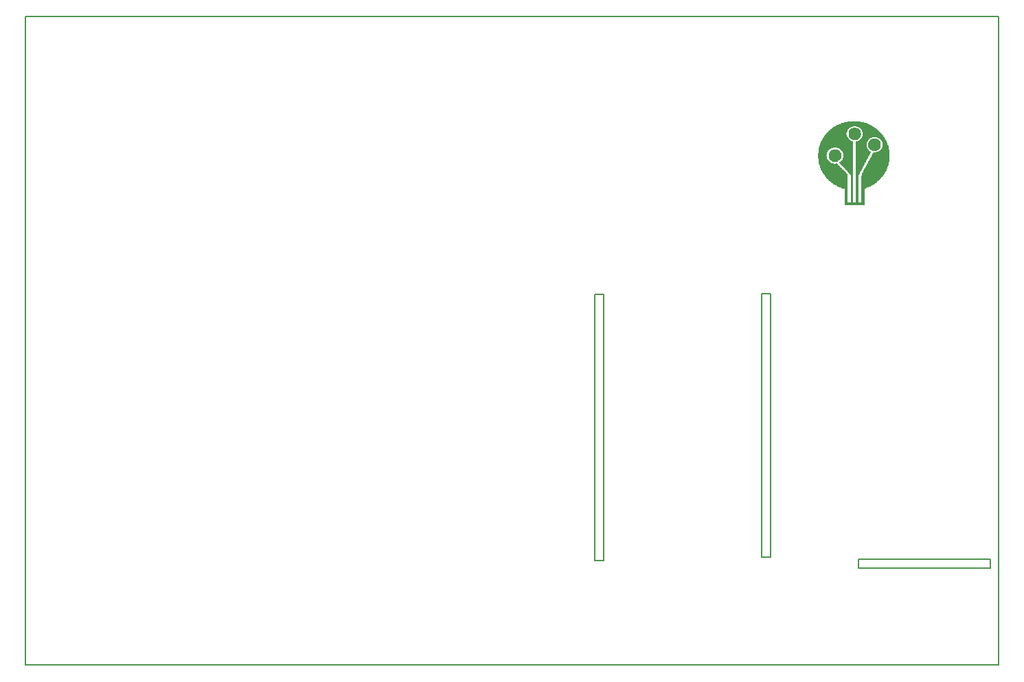
<source format=gbr>
<<<<<<< HEAD
G04 PROTEUS GERBER X2 FILE*
%TF.GenerationSoftware,Labcenter,Proteus,8.11-SP0-Build30052*%
%TF.CreationDate,2021-11-08T23:16:57+00:00*%
%TF.FileFunction,Legend,Bot*%
%TF.FilePolarity,Positive*%
%TF.Part,Single*%
%TF.SameCoordinates,{af5e3d67-cc9f-4e8b-9fcc-2bf036155207}*%
%FSLAX45Y45*%
%MOMM*%
G01*
%TA.AperFunction,Profile*%
%ADD49C,0.203200*%
%TA.AperFunction,NonMaterial*%
%ADD57C,0.063500*%
%TD.AperFunction*%
D49*
X+10000Y+10000D02*
X+12010000Y+10000D01*
X+12010000Y+8010000D01*
X+10000Y+8010000D01*
X+10000Y+10000D01*
X+9090625Y+1343828D02*
X+9200625Y+1343828D01*
X+9200625Y+4593828D01*
X+9090625Y+4593828D01*
X+9090625Y+1343828D01*
X+7030625Y+1293828D02*
X+7140625Y+1293828D01*
X+7140625Y+4583828D01*
X+7030625Y+4583828D01*
X+7030625Y+1293828D01*
X+10285625Y+1208828D02*
X+11905625Y+1208828D01*
X+11905625Y+1318828D01*
X+10285625Y+1318828D01*
X+10285625Y+1208828D01*
D57*
X+9784098Y+6268883D02*
X+9784098Y+6324763D01*
X+9789178Y+6223163D02*
X+9789178Y+6370483D01*
X+9794258Y+6202843D02*
X+9794258Y+6395883D01*
X+9799338Y+6182523D02*
X+9799338Y+6416203D01*
X+9804418Y+6167283D02*
X+9804418Y+6426363D01*
X+9809498Y+6152043D02*
X+9809498Y+6441603D01*
X+9814578Y+6141883D02*
X+9814578Y+6456843D01*
X+9819658Y+6126643D02*
X+9819658Y+6467003D01*
X+9824738Y+6116483D02*
X+9824738Y+6477163D01*
X+9829818Y+6106323D02*
X+9829818Y+6487323D01*
X+9834898Y+6101243D02*
X+9834898Y+6497483D01*
X+9839978Y+6091083D02*
X+9839978Y+6507643D01*
X+9845058Y+6080923D02*
X+9845058Y+6512723D01*
X+9850138Y+6075843D02*
X+9850138Y+6522883D01*
X+9855218Y+6065683D02*
X+9855218Y+6527963D01*
X+9860298Y+6060603D02*
X+9860298Y+6538123D01*
X+9865378Y+6050443D02*
X+9865378Y+6543203D01*
X+9870458Y+6045363D02*
X+9870458Y+6553363D01*
X+9875538Y+6040283D02*
X+9875538Y+6558443D01*
X+9880618Y+6035203D02*
X+9880618Y+6289203D01*
X+9880618Y+6309523D02*
X+9880618Y+6563523D01*
X+9885698Y+6025043D02*
X+9885698Y+6268883D01*
X+9885698Y+6329843D02*
X+9885698Y+6568603D01*
X+9890778Y+6019963D02*
X+9890778Y+6253643D01*
X+9890778Y+6340003D02*
X+9890778Y+6573683D01*
X+9895858Y+6014883D02*
X+9895858Y+6243483D01*
X+9895858Y+6350163D02*
X+9895858Y+6578763D01*
X+9900938Y+6009803D02*
X+9900938Y+6238403D01*
X+9900938Y+6360323D02*
X+9900938Y+6583843D01*
X+9906018Y+6004723D02*
X+9906018Y+6233323D01*
X+9906018Y+6365403D02*
X+9906018Y+6588923D01*
X+9911098Y+5999643D02*
X+9911098Y+6228243D01*
X+9911098Y+6370483D02*
X+9911098Y+6594003D01*
X+9916178Y+5994563D02*
X+9916178Y+6223163D01*
X+9916178Y+6273963D02*
X+9916178Y+6319683D01*
X+9916178Y+6375563D02*
X+9916178Y+6599083D01*
X+9921258Y+5989483D02*
X+9921258Y+6218083D01*
X+9921258Y+6263803D02*
X+9921258Y+6329843D01*
X+9921258Y+6380643D02*
X+9921258Y+6604163D01*
X+9926338Y+5984403D02*
X+9926338Y+6213003D01*
X+9926338Y+6253643D02*
X+9926338Y+6340003D01*
X+9926338Y+6385723D02*
X+9926338Y+6609243D01*
X+9931418Y+5984403D02*
X+9931418Y+6207923D01*
X+9931418Y+6248563D02*
X+9931418Y+6345083D01*
X+9931418Y+6385723D02*
X+9931418Y+6614323D01*
X+9936498Y+5979323D02*
X+9936498Y+6207923D01*
X+9936498Y+6243483D02*
X+9936498Y+6350163D01*
X+9936498Y+6390803D02*
X+9936498Y+6619403D01*
X+9941578Y+5974243D02*
X+9941578Y+6202843D01*
X+9941578Y+6238403D02*
X+9941578Y+6355243D01*
X+9941578Y+6390803D02*
X+9941578Y+6624483D01*
X+9946658Y+5969163D02*
X+9946658Y+6202843D01*
X+9946658Y+6238403D02*
X+9946658Y+6360323D01*
X+9946658Y+6395883D02*
X+9946658Y+6624483D01*
X+9951738Y+5964083D02*
X+9951738Y+6202843D01*
X+9951738Y+6233323D02*
X+9951738Y+6360323D01*
X+9951738Y+6395883D02*
X+9951738Y+6629563D01*
X+9956818Y+5964083D02*
X+9956818Y+6197763D01*
X+9956818Y+6233323D02*
X+9956818Y+6365403D01*
X+9956818Y+6395883D02*
X+9956818Y+6634643D01*
X+9961898Y+5959003D02*
X+9961898Y+6197763D01*
X+9961898Y+6228243D02*
X+9961898Y+6365403D01*
X+9961898Y+6400963D02*
X+9961898Y+6639723D01*
X+9966978Y+5953923D02*
X+9966978Y+6197763D01*
X+9966978Y+6228243D02*
X+9966978Y+6370483D01*
X+9966978Y+6400963D02*
X+9966978Y+6639723D01*
X+9972058Y+5948843D02*
X+9972058Y+6197763D01*
X+9972058Y+6228243D02*
X+9972058Y+6370483D01*
X+9972058Y+6400963D02*
X+9972058Y+6644803D01*
X+9977138Y+5948843D02*
X+9977138Y+6192683D01*
X+9977138Y+6223163D02*
X+9977138Y+6370483D01*
X+9977138Y+6400963D02*
X+9977138Y+6649883D01*
X+9982218Y+5943763D02*
X+9982218Y+6192683D01*
X+9982218Y+6223163D02*
X+9982218Y+6370483D01*
X+9982218Y+6400963D02*
X+9982218Y+6649883D01*
X+9987298Y+5943763D02*
X+9987298Y+6192683D01*
X+9987298Y+6223163D02*
X+9987298Y+6370483D01*
X+9987298Y+6400963D02*
X+9987298Y+6654963D01*
X+9992378Y+5938683D02*
X+9992378Y+6192683D01*
X+9992378Y+6223163D02*
X+9992378Y+6370483D01*
X+9992378Y+6400963D02*
X+9992378Y+6660043D01*
X+9997458Y+5933603D02*
X+9997458Y+6192683D01*
X+9997458Y+6223163D02*
X+9997458Y+6370483D01*
X+9997458Y+6400963D02*
X+9997458Y+6660043D01*
X+10002538Y+5933603D02*
X+10002538Y+6197763D01*
X+10002538Y+6228243D02*
X+10002538Y+6370483D01*
X+10002538Y+6400963D02*
X+10002538Y+6665123D01*
X+10007618Y+5928523D02*
X+10007618Y+6197763D01*
X+10007618Y+6228243D02*
X+10007618Y+6370483D01*
X+10007618Y+6400963D02*
X+10007618Y+6665123D01*
X+10012698Y+5928523D02*
X+10012698Y+6192683D01*
X+10012698Y+6228243D02*
X+10012698Y+6365403D01*
X+10012698Y+6400963D02*
X+10012698Y+6670203D01*
X+10017778Y+5923443D02*
X+10017778Y+6187603D01*
X+10017778Y+6228243D02*
X+10017778Y+6365403D01*
X+10017778Y+6395883D02*
X+10017778Y+6670203D01*
X+10022858Y+5923443D02*
X+10022858Y+6182523D01*
X+10022858Y+6233323D02*
X+10022858Y+6365403D01*
X+10022858Y+6395883D02*
X+10022858Y+6675283D01*
X+10027938Y+5918363D02*
X+10027938Y+6177443D01*
X+10027938Y+6238403D02*
X+10027938Y+6360323D01*
X+10027938Y+6395883D02*
X+10027938Y+6675283D01*
X+10033018Y+5918363D02*
X+10033018Y+6172363D01*
X+10033018Y+6238403D02*
X+10033018Y+6360323D01*
X+10033018Y+6390803D02*
X+10033018Y+6680363D01*
X+10038098Y+5913283D02*
X+10038098Y+6167283D01*
X+10038098Y+6243483D02*
X+10038098Y+6355243D01*
X+10038098Y+6390803D02*
X+10038098Y+6680363D01*
X+10043178Y+5913283D02*
X+10043178Y+6162203D01*
X+10043178Y+6248563D02*
X+10043178Y+6350163D01*
X+10043178Y+6385723D02*
X+10043178Y+6685443D01*
X+10048258Y+5913283D02*
X+10048258Y+6157123D01*
X+10048258Y+6207923D02*
X+10048258Y+6213003D01*
X+10048258Y+6253643D02*
X+10048258Y+6345083D01*
X+10048258Y+6385723D02*
X+10048258Y+6685443D01*
X+10053338Y+5908203D02*
X+10053338Y+6152043D01*
X+10053338Y+6202843D02*
X+10053338Y+6213003D01*
X+10053338Y+6258723D02*
X+10053338Y+6334923D01*
X+10053338Y+6380643D02*
X+10053338Y+6685443D01*
X+10058418Y+5908203D02*
X+10058418Y+6146963D01*
X+10058418Y+6197763D02*
X+10058418Y+6218083D01*
X+10058418Y+6268883D02*
X+10058418Y+6329843D01*
X+10058418Y+6375563D02*
X+10058418Y+6690523D01*
X+10063498Y+5903123D02*
X+10063498Y+6141883D01*
X+10063498Y+6192683D02*
X+10063498Y+6223163D01*
X+10063498Y+6289203D02*
X+10063498Y+6309523D01*
X+10063498Y+6370483D02*
X+10063498Y+6690523D01*
X+10068578Y+5903123D02*
X+10068578Y+6136803D01*
X+10068578Y+6187603D02*
X+10068578Y+6228243D01*
X+10068578Y+6365403D02*
X+10068578Y+6695603D01*
X+10073658Y+5903123D02*
X+10073658Y+6131723D01*
X+10073658Y+6182523D02*
X+10073658Y+6233323D01*
X+10073658Y+6360323D02*
X+10073658Y+6695603D01*
X+10078738Y+5898043D02*
X+10078738Y+6126643D01*
X+10078738Y+6177443D02*
X+10078738Y+6243483D01*
X+10078738Y+6355243D02*
X+10078738Y+6695603D01*
X+10083818Y+5898043D02*
X+10083818Y+6121563D01*
X+10083818Y+6172363D02*
X+10083818Y+6248563D01*
X+10083818Y+6345083D02*
X+10083818Y+6700683D01*
X+10088898Y+5898043D02*
X+10088898Y+6121563D01*
X+10088898Y+6162203D02*
X+10088898Y+6263803D01*
X+10088898Y+6334923D02*
X+10088898Y+6700683D01*
X+10093978Y+5892963D02*
X+10093978Y+6116483D01*
X+10093978Y+6162203D02*
X+10093978Y+6279043D01*
X+10093978Y+6319683D02*
X+10093978Y+6700683D01*
X+10099058Y+5892963D02*
X+10099058Y+6111403D01*
X+10099058Y+6157123D02*
X+10099058Y+6700683D01*
X+10104138Y+5892963D02*
X+10104138Y+6106323D01*
X+10104138Y+6146963D02*
X+10104138Y+6705763D01*
X+10109218Y+5694843D02*
X+10109218Y+6101243D01*
X+10109218Y+6141883D02*
X+10109218Y+6705763D01*
X+10114298Y+5694843D02*
X+10114298Y+6096163D01*
X+10114298Y+6136803D02*
X+10114298Y+6705763D01*
X+10119378Y+5694843D02*
X+10119378Y+6091083D01*
X+10119378Y+6131723D02*
X+10119378Y+6705763D01*
X+10124458Y+5694843D02*
X+10124458Y+6080923D01*
X+10124458Y+6126643D02*
X+10124458Y+6710843D01*
X+10129538Y+5694843D02*
X+10129538Y+6075843D01*
X+10129538Y+6121563D02*
X+10129538Y+6553363D01*
X+10129538Y+6578763D02*
X+10129538Y+6710843D01*
X+10134618Y+5694843D02*
X+10134618Y+6070763D01*
X+10134618Y+6116483D02*
X+10134618Y+6533043D01*
X+10134618Y+6599083D02*
X+10134618Y+6710843D01*
X+10139698Y+5694843D02*
X+10139698Y+6065683D01*
X+10139698Y+6111403D02*
X+10139698Y+6522883D01*
X+10139698Y+6609243D02*
X+10139698Y+6710843D01*
X+10144778Y+5694843D02*
X+10144778Y+5720243D01*
X+10144778Y+6106323D02*
X+10144778Y+6517803D01*
X+10144778Y+6619403D02*
X+10144778Y+6715923D01*
X+10149858Y+5694843D02*
X+10149858Y+5720243D01*
X+10149858Y+6101243D02*
X+10149858Y+6507643D01*
X+10149858Y+6624483D02*
X+10149858Y+6715923D01*
X+10154938Y+5694843D02*
X+10154938Y+5720243D01*
X+10154938Y+6091083D02*
X+10154938Y+6502563D01*
X+10154938Y+6634643D02*
X+10154938Y+6715923D01*
X+10160018Y+5694843D02*
X+10160018Y+5720243D01*
X+10160018Y+6086003D02*
X+10160018Y+6497483D01*
X+10160018Y+6543203D02*
X+10160018Y+6594003D01*
X+10160018Y+6639723D02*
X+10160018Y+6715923D01*
X+10165098Y+5694843D02*
X+10165098Y+5720243D01*
X+10165098Y+6080923D02*
X+10165098Y+6492403D01*
X+10165098Y+6527963D02*
X+10165098Y+6604163D01*
X+10165098Y+6639723D02*
X+10165098Y+6715923D01*
X+10170178Y+5694843D02*
X+10170178Y+5720243D01*
X+10170178Y+6075843D02*
X+10170178Y+6487323D01*
X+10170178Y+6522883D02*
X+10170178Y+6609243D01*
X+10170178Y+6644803D02*
X+10170178Y+6715923D01*
X+10175258Y+5694843D02*
X+10175258Y+5720243D01*
X+10175258Y+6070763D02*
X+10175258Y+6482243D01*
X+10175258Y+6517803D02*
X+10175258Y+6614323D01*
X+10175258Y+6649883D02*
X+10175258Y+6715923D01*
X+10180338Y+5694843D02*
X+10180338Y+5720243D01*
X+10180338Y+6065683D02*
X+10180338Y+6482243D01*
X+10180338Y+6512723D02*
X+10180338Y+6619403D01*
X+10180338Y+6649883D02*
X+10180338Y+6715923D01*
X+10185418Y+5694843D02*
X+10185418Y+6477163D01*
X+10185418Y+6507643D02*
X+10185418Y+6624483D01*
X+10185418Y+6654963D02*
X+10185418Y+6715923D01*
X+10190498Y+5694843D02*
X+10190498Y+6477163D01*
X+10190498Y+6502563D02*
X+10190498Y+6629563D01*
X+10190498Y+6654963D02*
X+10190498Y+6715923D01*
X+10195578Y+5694843D02*
X+10195578Y+6472083D01*
X+10195578Y+6502563D02*
X+10195578Y+6629563D01*
X+10195578Y+6660043D02*
X+10195578Y+6715923D01*
X+10200658Y+5694843D02*
X+10200658Y+6472083D01*
X+10200658Y+6502563D02*
X+10200658Y+6634643D01*
X+10200658Y+6660043D02*
X+10200658Y+6715923D01*
X+10205738Y+5694843D02*
X+10205738Y+6472083D01*
X+10205738Y+6497483D02*
X+10205738Y+6634643D01*
X+10205738Y+6660043D02*
X+10205738Y+6715923D01*
X+10210818Y+5694843D02*
X+10210818Y+5720243D01*
X+10210818Y+6497483D02*
X+10210818Y+6639723D01*
X+10210818Y+6665123D02*
X+10210818Y+6715923D01*
X+10215898Y+5694843D02*
X+10215898Y+5720243D01*
X+10215898Y+6492403D02*
X+10215898Y+6639723D01*
X+10215898Y+6665123D02*
X+10215898Y+6715923D01*
X+10220978Y+5694843D02*
X+10220978Y+5720243D01*
X+10220978Y+6492403D02*
X+10220978Y+6639723D01*
X+10220978Y+6665123D02*
X+10220978Y+6715923D01*
X+10226058Y+5694843D02*
X+10226058Y+5720243D01*
X+10226058Y+6492403D02*
X+10226058Y+6639723D01*
X+10226058Y+6665123D02*
X+10226058Y+6715923D01*
X+10231138Y+5694843D02*
X+10231138Y+5720243D01*
X+10231138Y+6492403D02*
X+10231138Y+6639723D01*
X+10231138Y+6665123D02*
X+10231138Y+6715923D01*
X+10236218Y+5694843D02*
X+10236218Y+5720243D01*
X+10236218Y+6492403D02*
X+10236218Y+6639723D01*
X+10236218Y+6665123D02*
X+10236218Y+6715923D01*
X+10241298Y+5694843D02*
X+10241298Y+5720243D01*
X+10241298Y+6492403D02*
X+10241298Y+6639723D01*
X+10241298Y+6665123D02*
X+10241298Y+6715923D01*
X+10246378Y+5694843D02*
X+10246378Y+6467003D01*
X+10246378Y+6497483D02*
X+10246378Y+6639723D01*
X+10246378Y+6665123D02*
X+10246378Y+6715923D01*
X+10251458Y+5694843D02*
X+10251458Y+6472083D01*
X+10251458Y+6497483D02*
X+10251458Y+6639723D01*
X+10251458Y+6665123D02*
X+10251458Y+6715923D01*
X+10256538Y+5694843D02*
X+10256538Y+6472083D01*
X+10256538Y+6497483D02*
X+10256538Y+6634643D01*
X+10256538Y+6660043D02*
X+10256538Y+6715923D01*
X+10261618Y+5694843D02*
X+10261618Y+6472083D01*
X+10261618Y+6497483D02*
X+10261618Y+6634643D01*
X+10261618Y+6660043D02*
X+10261618Y+6715923D01*
X+10266698Y+5694843D02*
X+10266698Y+6472083D01*
X+10266698Y+6502563D02*
X+10266698Y+6629563D01*
X+10266698Y+6660043D02*
X+10266698Y+6715923D01*
X+10271778Y+5694843D02*
X+10271778Y+6477163D01*
X+10271778Y+6502563D02*
X+10271778Y+6629563D01*
X+10271778Y+6654963D02*
X+10271778Y+6715923D01*
X+10276858Y+5694843D02*
X+10276858Y+6477163D01*
X+10276858Y+6507643D02*
X+10276858Y+6624483D01*
X+10276858Y+6654963D02*
X+10276858Y+6715923D01*
X+10281938Y+5694843D02*
X+10281938Y+5720243D01*
X+10281938Y+6065683D02*
X+10281938Y+6482243D01*
X+10281938Y+6512723D02*
X+10281938Y+6619403D01*
X+10281938Y+6649883D02*
X+10281938Y+6715923D01*
X+10287018Y+5694843D02*
X+10287018Y+5720243D01*
X+10287018Y+6075843D02*
X+10287018Y+6482243D01*
X+10287018Y+6517803D02*
X+10287018Y+6614323D01*
X+10287018Y+6649883D02*
X+10287018Y+6715923D01*
X+10292098Y+5694843D02*
X+10292098Y+5720243D01*
X+10292098Y+6086003D02*
X+10292098Y+6487323D01*
X+10292098Y+6522883D02*
X+10292098Y+6609243D01*
X+10292098Y+6644803D02*
X+10292098Y+6715923D01*
X+10297178Y+5694843D02*
X+10297178Y+5720243D01*
X+10297178Y+6096163D02*
X+10297178Y+6492403D01*
X+10297178Y+6527963D02*
X+10297178Y+6604163D01*
X+10297178Y+6644803D02*
X+10297178Y+6715923D01*
X+10302258Y+5694843D02*
X+10302258Y+5720243D01*
X+10302258Y+6106323D02*
X+10302258Y+6497483D01*
X+10302258Y+6538123D02*
X+10302258Y+6594003D01*
X+10302258Y+6639723D02*
X+10302258Y+6710843D01*
X+10307338Y+5694843D02*
X+10307338Y+5720243D01*
X+10307338Y+6116483D02*
X+10307338Y+6502563D01*
X+10307338Y+6558443D02*
X+10307338Y+6573683D01*
X+10307338Y+6634643D02*
X+10307338Y+6710843D01*
X+10312418Y+5694843D02*
X+10312418Y+5720243D01*
X+10312418Y+6126643D02*
X+10312418Y+6507643D01*
X+10312418Y+6624483D02*
X+10312418Y+6710843D01*
X+10317498Y+5694843D02*
X+10317498Y+6050443D01*
X+10317498Y+6136803D02*
X+10317498Y+6512723D01*
X+10317498Y+6619403D02*
X+10317498Y+6710843D01*
X+10322578Y+5694843D02*
X+10322578Y+6075843D01*
X+10322578Y+6141883D02*
X+10322578Y+6522883D01*
X+10322578Y+6609243D02*
X+10322578Y+6705763D01*
X+10327658Y+5694843D02*
X+10327658Y+6080923D01*
X+10327658Y+6152043D02*
X+10327658Y+6533043D01*
X+10327658Y+6599083D02*
X+10327658Y+6705763D01*
X+10332738Y+5694843D02*
X+10332738Y+6091083D01*
X+10332738Y+6162203D02*
X+10332738Y+6563523D01*
X+10332738Y+6573683D02*
X+10332738Y+6705763D01*
X+10337818Y+5694843D02*
X+10337818Y+6101243D01*
X+10337818Y+6172363D02*
X+10337818Y+6705763D01*
X+10342898Y+5694843D02*
X+10342898Y+6111403D01*
X+10342898Y+6182523D02*
X+10342898Y+6705763D01*
X+10347978Y+5694843D02*
X+10347978Y+6121563D01*
X+10347978Y+6192683D02*
X+10347978Y+6700683D01*
X+10353058Y+5892963D02*
X+10353058Y+6131723D01*
X+10353058Y+6202843D02*
X+10353058Y+6700683D01*
X+10358138Y+5898043D02*
X+10358138Y+6141883D01*
X+10358138Y+6213003D02*
X+10358138Y+6700683D01*
X+10363218Y+5898043D02*
X+10363218Y+6152043D01*
X+10363218Y+6218083D02*
X+10363218Y+6695603D01*
X+10368298Y+5903123D02*
X+10368298Y+6157123D01*
X+10368298Y+6228243D02*
X+10368298Y+6695603D01*
X+10373378Y+5903123D02*
X+10373378Y+6167283D01*
X+10373378Y+6238403D02*
X+10373378Y+6426363D01*
X+10373378Y+6436523D02*
X+10373378Y+6695603D01*
X+10378458Y+5903123D02*
X+10378458Y+6177443D01*
X+10378458Y+6248563D02*
X+10378458Y+6400963D01*
X+10378458Y+6461923D02*
X+10378458Y+6690523D01*
X+10383538Y+5908203D02*
X+10383538Y+6187603D01*
X+10383538Y+6258723D02*
X+10383538Y+6390803D01*
X+10383538Y+6472083D02*
X+10383538Y+6690523D01*
X+10388618Y+5908203D02*
X+10388618Y+6197763D01*
X+10388618Y+6268883D02*
X+10388618Y+6380643D01*
X+10388618Y+6482243D02*
X+10388618Y+6690523D01*
X+10393698Y+5913283D02*
X+10393698Y+6202843D01*
X+10393698Y+6279043D02*
X+10393698Y+6370483D01*
X+10393698Y+6492403D02*
X+10393698Y+6685443D01*
X+10398778Y+5913283D02*
X+10398778Y+6213003D01*
X+10398778Y+6289203D02*
X+10398778Y+6365403D01*
X+10398778Y+6497483D02*
X+10398778Y+6685443D01*
X+10403858Y+5913283D02*
X+10403858Y+6223163D01*
X+10403858Y+6299363D02*
X+10403858Y+6360323D01*
X+10403858Y+6406043D02*
X+10403858Y+6456843D01*
X+10403858Y+6502563D02*
X+10403858Y+6680363D01*
X+10408938Y+5918363D02*
X+10408938Y+6233323D01*
X+10408938Y+6304443D02*
X+10408938Y+6355243D01*
X+10408938Y+6395883D02*
X+10408938Y+6467003D01*
X+10408938Y+6507643D02*
X+10408938Y+6680363D01*
X+10414018Y+5918363D02*
X+10414018Y+6243483D01*
X+10414018Y+6314603D02*
X+10414018Y+6355243D01*
X+10414018Y+6390803D02*
X+10414018Y+6477163D01*
X+10414018Y+6512723D02*
X+10414018Y+6675283D01*
X+10419098Y+5923443D02*
X+10419098Y+6253643D01*
X+10419098Y+6324763D02*
X+10419098Y+6350163D01*
X+10419098Y+6380643D02*
X+10419098Y+6482243D01*
X+10419098Y+6512723D02*
X+10419098Y+6675283D01*
X+10424178Y+5923443D02*
X+10424178Y+6263803D01*
X+10424178Y+6334923D02*
X+10424178Y+6345083D01*
X+10424178Y+6375563D02*
X+10424178Y+6487323D01*
X+10424178Y+6517803D02*
X+10424178Y+6670203D01*
X+10429258Y+5928523D02*
X+10429258Y+6268883D01*
X+10429258Y+6375563D02*
X+10429258Y+6492403D01*
X+10429258Y+6517803D02*
X+10429258Y+6670203D01*
X+10434338Y+5928523D02*
X+10434338Y+6279043D01*
X+10434338Y+6370483D02*
X+10434338Y+6492403D01*
X+10434338Y+6522883D02*
X+10434338Y+6665123D01*
X+10439418Y+5933603D02*
X+10439418Y+6289203D01*
X+10439418Y+6365403D02*
X+10439418Y+6497483D01*
X+10439418Y+6522883D02*
X+10439418Y+6665123D01*
X+10444498Y+5933603D02*
X+10444498Y+6299363D01*
X+10444498Y+6365403D02*
X+10444498Y+6497483D01*
X+10444498Y+6527963D02*
X+10444498Y+6660043D01*
X+10449578Y+5938683D02*
X+10449578Y+6309523D01*
X+10449578Y+6365403D02*
X+10449578Y+6502563D01*
X+10449578Y+6527963D02*
X+10449578Y+6660043D01*
X+10454658Y+5943763D02*
X+10454658Y+6319683D01*
X+10454658Y+6360323D02*
X+10454658Y+6502563D01*
X+10454658Y+6527963D02*
X+10454658Y+6654963D01*
X+10459738Y+5943763D02*
X+10459738Y+6329843D01*
X+10459738Y+6360323D02*
X+10459738Y+6502563D01*
X+10459738Y+6527963D02*
X+10459738Y+6649883D01*
X+10464818Y+5948843D02*
X+10464818Y+6334923D01*
X+10464818Y+6360323D02*
X+10464818Y+6502563D01*
X+10464818Y+6527963D02*
X+10464818Y+6649883D01*
X+10469898Y+5948843D02*
X+10469898Y+6334923D01*
X+10469898Y+6360323D02*
X+10469898Y+6507643D01*
X+10469898Y+6533043D02*
X+10469898Y+6644803D01*
X+10474978Y+5953923D02*
X+10474978Y+6334923D01*
X+10474978Y+6360323D02*
X+10474978Y+6507643D01*
X+10474978Y+6533043D02*
X+10474978Y+6639723D01*
X+10480058Y+5959003D02*
X+10480058Y+6334923D01*
X+10480058Y+6360323D02*
X+10480058Y+6507643D01*
X+10480058Y+6533043D02*
X+10480058Y+6639723D01*
X+10485138Y+5964083D02*
X+10485138Y+6334923D01*
X+10485138Y+6360323D02*
X+10485138Y+6507643D01*
X+10485138Y+6527963D02*
X+10485138Y+6634643D01*
X+10490218Y+5964083D02*
X+10490218Y+6334923D01*
X+10490218Y+6360323D02*
X+10490218Y+6502563D01*
X+10490218Y+6527963D02*
X+10490218Y+6629563D01*
X+10495298Y+5969163D02*
X+10495298Y+6334923D01*
X+10495298Y+6360323D02*
X+10495298Y+6502563D01*
X+10495298Y+6527963D02*
X+10495298Y+6624483D01*
X+10500378Y+5974243D02*
X+10500378Y+6334923D01*
X+10500378Y+6360323D02*
X+10500378Y+6502563D01*
X+10500378Y+6527963D02*
X+10500378Y+6624483D01*
X+10505458Y+5979323D02*
X+10505458Y+6340003D01*
X+10505458Y+6365403D02*
X+10505458Y+6497483D01*
X+10505458Y+6527963D02*
X+10505458Y+6619403D01*
X+10510538Y+5984403D02*
X+10510538Y+6340003D01*
X+10510538Y+6365403D02*
X+10510538Y+6497483D01*
X+10510538Y+6522883D02*
X+10510538Y+6614323D01*
X+10515618Y+5984403D02*
X+10515618Y+6340003D01*
X+10515618Y+6370483D02*
X+10515618Y+6492403D01*
X+10515618Y+6522883D02*
X+10515618Y+6609243D01*
X+10520698Y+5989483D02*
X+10520698Y+6345083D01*
X+10520698Y+6370483D02*
X+10520698Y+6492403D01*
X+10520698Y+6517803D02*
X+10520698Y+6604163D01*
X+10525778Y+5994563D02*
X+10525778Y+6345083D01*
X+10525778Y+6375563D02*
X+10525778Y+6487323D01*
X+10525778Y+6517803D02*
X+10525778Y+6599083D01*
X+10530858Y+5999643D02*
X+10530858Y+6350163D01*
X+10530858Y+6380643D02*
X+10530858Y+6482243D01*
X+10530858Y+6512723D02*
X+10530858Y+6594003D01*
X+10535938Y+6004723D02*
X+10535938Y+6355243D01*
X+10535938Y+6385723D02*
X+10535938Y+6477163D01*
X+10535938Y+6512723D02*
X+10535938Y+6588923D01*
X+10541018Y+6009803D02*
X+10541018Y+6355243D01*
X+10541018Y+6395883D02*
X+10541018Y+6467003D01*
X+10541018Y+6507643D02*
X+10541018Y+6583843D01*
X+10546098Y+6014883D02*
X+10546098Y+6360323D01*
X+10546098Y+6406043D02*
X+10546098Y+6456843D01*
X+10546098Y+6502563D02*
X+10546098Y+6578763D01*
X+10551178Y+6019963D02*
X+10551178Y+6365403D01*
X+10551178Y+6497483D02*
X+10551178Y+6573683D01*
X+10556258Y+6025043D02*
X+10556258Y+6370483D01*
X+10556258Y+6492403D02*
X+10556258Y+6568603D01*
X+10561338Y+6035203D02*
X+10561338Y+6380643D01*
X+10561338Y+6487323D02*
X+10561338Y+6563523D01*
X+10566418Y+6040283D02*
X+10566418Y+6385723D01*
X+10566418Y+6477163D02*
X+10566418Y+6558443D01*
X+10571498Y+6045363D02*
X+10571498Y+6395883D01*
X+10571498Y+6467003D02*
X+10571498Y+6553363D01*
X+10576578Y+6050443D02*
X+10576578Y+6416203D01*
X+10576578Y+6446683D02*
X+10576578Y+6543203D01*
X+10581658Y+6060603D02*
X+10581658Y+6538123D01*
X+10586738Y+6065683D02*
X+10586738Y+6527963D01*
X+10591818Y+6075843D02*
X+10591818Y+6522883D01*
X+10596898Y+6080923D02*
X+10596898Y+6512723D01*
X+10601978Y+6091083D02*
X+10601978Y+6507643D01*
X+10607058Y+6101243D02*
X+10607058Y+6497483D01*
X+10612138Y+6106323D02*
X+10612138Y+6487323D01*
X+10617218Y+6116483D02*
X+10617218Y+6477163D01*
X+10622298Y+6126643D02*
X+10622298Y+6467003D01*
X+10627378Y+6141883D02*
X+10627378Y+6456843D01*
X+10632458Y+6152043D02*
X+10632458Y+6441603D01*
X+10637538Y+6167283D02*
X+10637538Y+6426363D01*
X+10642618Y+6182523D02*
X+10642618Y+6416203D01*
X+10647698Y+6202843D02*
X+10647698Y+6395883D01*
X+10652778Y+6223163D02*
X+10652778Y+6370483D01*
X+10657858Y+6268883D02*
X+10657858Y+6324763D01*
M02*
=======
G04 PROTEUS GERBER X2 FILE*
%TF.GenerationSoftware,Labcenter,Proteus,8.11-SP0-Build30052*%
%TF.CreationDate,2021-11-08T23:16:57+00:00*%
%TF.FileFunction,Legend,Bot*%
%TF.FilePolarity,Positive*%
%TF.Part,Single*%
%TF.SameCoordinates,{af5e3d67-cc9f-4e8b-9fcc-2bf036155207}*%
%FSLAX45Y45*%
%MOMM*%
G01*
%TA.AperFunction,Profile*%
%ADD49C,0.203200*%
%TA.AperFunction,NonMaterial*%
%ADD57C,0.063500*%
%TD.AperFunction*%
D49*
X+10000Y+10000D02*
X+12010000Y+10000D01*
X+12010000Y+8010000D01*
X+10000Y+8010000D01*
X+10000Y+10000D01*
X+9090625Y+1343828D02*
X+9200625Y+1343828D01*
X+9200625Y+4593828D01*
X+9090625Y+4593828D01*
X+9090625Y+1343828D01*
X+7030625Y+1293828D02*
X+7140625Y+1293828D01*
X+7140625Y+4583828D01*
X+7030625Y+4583828D01*
X+7030625Y+1293828D01*
X+10285625Y+1208828D02*
X+11905625Y+1208828D01*
X+11905625Y+1318828D01*
X+10285625Y+1318828D01*
X+10285625Y+1208828D01*
D57*
X+9784098Y+6268883D02*
X+9784098Y+6324763D01*
X+9789178Y+6223163D02*
X+9789178Y+6370483D01*
X+9794258Y+6202843D02*
X+9794258Y+6395883D01*
X+9799338Y+6182523D02*
X+9799338Y+6416203D01*
X+9804418Y+6167283D02*
X+9804418Y+6426363D01*
X+9809498Y+6152043D02*
X+9809498Y+6441603D01*
X+9814578Y+6141883D02*
X+9814578Y+6456843D01*
X+9819658Y+6126643D02*
X+9819658Y+6467003D01*
X+9824738Y+6116483D02*
X+9824738Y+6477163D01*
X+9829818Y+6106323D02*
X+9829818Y+6487323D01*
X+9834898Y+6101243D02*
X+9834898Y+6497483D01*
X+9839978Y+6091083D02*
X+9839978Y+6507643D01*
X+9845058Y+6080923D02*
X+9845058Y+6512723D01*
X+9850138Y+6075843D02*
X+9850138Y+6522883D01*
X+9855218Y+6065683D02*
X+9855218Y+6527963D01*
X+9860298Y+6060603D02*
X+9860298Y+6538123D01*
X+9865378Y+6050443D02*
X+9865378Y+6543203D01*
X+9870458Y+6045363D02*
X+9870458Y+6553363D01*
X+9875538Y+6040283D02*
X+9875538Y+6558443D01*
X+9880618Y+6035203D02*
X+9880618Y+6289203D01*
X+9880618Y+6309523D02*
X+9880618Y+6563523D01*
X+9885698Y+6025043D02*
X+9885698Y+6268883D01*
X+9885698Y+6329843D02*
X+9885698Y+6568603D01*
X+9890778Y+6019963D02*
X+9890778Y+6253643D01*
X+9890778Y+6340003D02*
X+9890778Y+6573683D01*
X+9895858Y+6014883D02*
X+9895858Y+6243483D01*
X+9895858Y+6350163D02*
X+9895858Y+6578763D01*
X+9900938Y+6009803D02*
X+9900938Y+6238403D01*
X+9900938Y+6360323D02*
X+9900938Y+6583843D01*
X+9906018Y+6004723D02*
X+9906018Y+6233323D01*
X+9906018Y+6365403D02*
X+9906018Y+6588923D01*
X+9911098Y+5999643D02*
X+9911098Y+6228243D01*
X+9911098Y+6370483D02*
X+9911098Y+6594003D01*
X+9916178Y+5994563D02*
X+9916178Y+6223163D01*
X+9916178Y+6273963D02*
X+9916178Y+6319683D01*
X+9916178Y+6375563D02*
X+9916178Y+6599083D01*
X+9921258Y+5989483D02*
X+9921258Y+6218083D01*
X+9921258Y+6263803D02*
X+9921258Y+6329843D01*
X+9921258Y+6380643D02*
X+9921258Y+6604163D01*
X+9926338Y+5984403D02*
X+9926338Y+6213003D01*
X+9926338Y+6253643D02*
X+9926338Y+6340003D01*
X+9926338Y+6385723D02*
X+9926338Y+6609243D01*
X+9931418Y+5984403D02*
X+9931418Y+6207923D01*
X+9931418Y+6248563D02*
X+9931418Y+6345083D01*
X+9931418Y+6385723D02*
X+9931418Y+6614323D01*
X+9936498Y+5979323D02*
X+9936498Y+6207923D01*
X+9936498Y+6243483D02*
X+9936498Y+6350163D01*
X+9936498Y+6390803D02*
X+9936498Y+6619403D01*
X+9941578Y+5974243D02*
X+9941578Y+6202843D01*
X+9941578Y+6238403D02*
X+9941578Y+6355243D01*
X+9941578Y+6390803D02*
X+9941578Y+6624483D01*
X+9946658Y+5969163D02*
X+9946658Y+6202843D01*
X+9946658Y+6238403D02*
X+9946658Y+6360323D01*
X+9946658Y+6395883D02*
X+9946658Y+6624483D01*
X+9951738Y+5964083D02*
X+9951738Y+6202843D01*
X+9951738Y+6233323D02*
X+9951738Y+6360323D01*
X+9951738Y+6395883D02*
X+9951738Y+6629563D01*
X+9956818Y+5964083D02*
X+9956818Y+6197763D01*
X+9956818Y+6233323D02*
X+9956818Y+6365403D01*
X+9956818Y+6395883D02*
X+9956818Y+6634643D01*
X+9961898Y+5959003D02*
X+9961898Y+6197763D01*
X+9961898Y+6228243D02*
X+9961898Y+6365403D01*
X+9961898Y+6400963D02*
X+9961898Y+6639723D01*
X+9966978Y+5953923D02*
X+9966978Y+6197763D01*
X+9966978Y+6228243D02*
X+9966978Y+6370483D01*
X+9966978Y+6400963D02*
X+9966978Y+6639723D01*
X+9972058Y+5948843D02*
X+9972058Y+6197763D01*
X+9972058Y+6228243D02*
X+9972058Y+6370483D01*
X+9972058Y+6400963D02*
X+9972058Y+6644803D01*
X+9977138Y+5948843D02*
X+9977138Y+6192683D01*
X+9977138Y+6223163D02*
X+9977138Y+6370483D01*
X+9977138Y+6400963D02*
X+9977138Y+6649883D01*
X+9982218Y+5943763D02*
X+9982218Y+6192683D01*
X+9982218Y+6223163D02*
X+9982218Y+6370483D01*
X+9982218Y+6400963D02*
X+9982218Y+6649883D01*
X+9987298Y+5943763D02*
X+9987298Y+6192683D01*
X+9987298Y+6223163D02*
X+9987298Y+6370483D01*
X+9987298Y+6400963D02*
X+9987298Y+6654963D01*
X+9992378Y+5938683D02*
X+9992378Y+6192683D01*
X+9992378Y+6223163D02*
X+9992378Y+6370483D01*
X+9992378Y+6400963D02*
X+9992378Y+6660043D01*
X+9997458Y+5933603D02*
X+9997458Y+6192683D01*
X+9997458Y+6223163D02*
X+9997458Y+6370483D01*
X+9997458Y+6400963D02*
X+9997458Y+6660043D01*
X+10002538Y+5933603D02*
X+10002538Y+6197763D01*
X+10002538Y+6228243D02*
X+10002538Y+6370483D01*
X+10002538Y+6400963D02*
X+10002538Y+6665123D01*
X+10007618Y+5928523D02*
X+10007618Y+6197763D01*
X+10007618Y+6228243D02*
X+10007618Y+6370483D01*
X+10007618Y+6400963D02*
X+10007618Y+6665123D01*
X+10012698Y+5928523D02*
X+10012698Y+6192683D01*
X+10012698Y+6228243D02*
X+10012698Y+6365403D01*
X+10012698Y+6400963D02*
X+10012698Y+6670203D01*
X+10017778Y+5923443D02*
X+10017778Y+6187603D01*
X+10017778Y+6228243D02*
X+10017778Y+6365403D01*
X+10017778Y+6395883D02*
X+10017778Y+6670203D01*
X+10022858Y+5923443D02*
X+10022858Y+6182523D01*
X+10022858Y+6233323D02*
X+10022858Y+6365403D01*
X+10022858Y+6395883D02*
X+10022858Y+6675283D01*
X+10027938Y+5918363D02*
X+10027938Y+6177443D01*
X+10027938Y+6238403D02*
X+10027938Y+6360323D01*
X+10027938Y+6395883D02*
X+10027938Y+6675283D01*
X+10033018Y+5918363D02*
X+10033018Y+6172363D01*
X+10033018Y+6238403D02*
X+10033018Y+6360323D01*
X+10033018Y+6390803D02*
X+10033018Y+6680363D01*
X+10038098Y+5913283D02*
X+10038098Y+6167283D01*
X+10038098Y+6243483D02*
X+10038098Y+6355243D01*
X+10038098Y+6390803D02*
X+10038098Y+6680363D01*
X+10043178Y+5913283D02*
X+10043178Y+6162203D01*
X+10043178Y+6248563D02*
X+10043178Y+6350163D01*
X+10043178Y+6385723D02*
X+10043178Y+6685443D01*
X+10048258Y+5913283D02*
X+10048258Y+6157123D01*
X+10048258Y+6207923D02*
X+10048258Y+6213003D01*
X+10048258Y+6253643D02*
X+10048258Y+6345083D01*
X+10048258Y+6385723D02*
X+10048258Y+6685443D01*
X+10053338Y+5908203D02*
X+10053338Y+6152043D01*
X+10053338Y+6202843D02*
X+10053338Y+6213003D01*
X+10053338Y+6258723D02*
X+10053338Y+6334923D01*
X+10053338Y+6380643D02*
X+10053338Y+6685443D01*
X+10058418Y+5908203D02*
X+10058418Y+6146963D01*
X+10058418Y+6197763D02*
X+10058418Y+6218083D01*
X+10058418Y+6268883D02*
X+10058418Y+6329843D01*
X+10058418Y+6375563D02*
X+10058418Y+6690523D01*
X+10063498Y+5903123D02*
X+10063498Y+6141883D01*
X+10063498Y+6192683D02*
X+10063498Y+6223163D01*
X+10063498Y+6289203D02*
X+10063498Y+6309523D01*
X+10063498Y+6370483D02*
X+10063498Y+6690523D01*
X+10068578Y+5903123D02*
X+10068578Y+6136803D01*
X+10068578Y+6187603D02*
X+10068578Y+6228243D01*
X+10068578Y+6365403D02*
X+10068578Y+6695603D01*
X+10073658Y+5903123D02*
X+10073658Y+6131723D01*
X+10073658Y+6182523D02*
X+10073658Y+6233323D01*
X+10073658Y+6360323D02*
X+10073658Y+6695603D01*
X+10078738Y+5898043D02*
X+10078738Y+6126643D01*
X+10078738Y+6177443D02*
X+10078738Y+6243483D01*
X+10078738Y+6355243D02*
X+10078738Y+6695603D01*
X+10083818Y+5898043D02*
X+10083818Y+6121563D01*
X+10083818Y+6172363D02*
X+10083818Y+6248563D01*
X+10083818Y+6345083D02*
X+10083818Y+6700683D01*
X+10088898Y+5898043D02*
X+10088898Y+6121563D01*
X+10088898Y+6162203D02*
X+10088898Y+6263803D01*
X+10088898Y+6334923D02*
X+10088898Y+6700683D01*
X+10093978Y+5892963D02*
X+10093978Y+6116483D01*
X+10093978Y+6162203D02*
X+10093978Y+6279043D01*
X+10093978Y+6319683D02*
X+10093978Y+6700683D01*
X+10099058Y+5892963D02*
X+10099058Y+6111403D01*
X+10099058Y+6157123D02*
X+10099058Y+6700683D01*
X+10104138Y+5892963D02*
X+10104138Y+6106323D01*
X+10104138Y+6146963D02*
X+10104138Y+6705763D01*
X+10109218Y+5694843D02*
X+10109218Y+6101243D01*
X+10109218Y+6141883D02*
X+10109218Y+6705763D01*
X+10114298Y+5694843D02*
X+10114298Y+6096163D01*
X+10114298Y+6136803D02*
X+10114298Y+6705763D01*
X+10119378Y+5694843D02*
X+10119378Y+6091083D01*
X+10119378Y+6131723D02*
X+10119378Y+6705763D01*
X+10124458Y+5694843D02*
X+10124458Y+6080923D01*
X+10124458Y+6126643D02*
X+10124458Y+6710843D01*
X+10129538Y+5694843D02*
X+10129538Y+6075843D01*
X+10129538Y+6121563D02*
X+10129538Y+6553363D01*
X+10129538Y+6578763D02*
X+10129538Y+6710843D01*
X+10134618Y+5694843D02*
X+10134618Y+6070763D01*
X+10134618Y+6116483D02*
X+10134618Y+6533043D01*
X+10134618Y+6599083D02*
X+10134618Y+6710843D01*
X+10139698Y+5694843D02*
X+10139698Y+6065683D01*
X+10139698Y+6111403D02*
X+10139698Y+6522883D01*
X+10139698Y+6609243D02*
X+10139698Y+6710843D01*
X+10144778Y+5694843D02*
X+10144778Y+5720243D01*
X+10144778Y+6106323D02*
X+10144778Y+6517803D01*
X+10144778Y+6619403D02*
X+10144778Y+6715923D01*
X+10149858Y+5694843D02*
X+10149858Y+5720243D01*
X+10149858Y+6101243D02*
X+10149858Y+6507643D01*
X+10149858Y+6624483D02*
X+10149858Y+6715923D01*
X+10154938Y+5694843D02*
X+10154938Y+5720243D01*
X+10154938Y+6091083D02*
X+10154938Y+6502563D01*
X+10154938Y+6634643D02*
X+10154938Y+6715923D01*
X+10160018Y+5694843D02*
X+10160018Y+5720243D01*
X+10160018Y+6086003D02*
X+10160018Y+6497483D01*
X+10160018Y+6543203D02*
X+10160018Y+6594003D01*
X+10160018Y+6639723D02*
X+10160018Y+6715923D01*
X+10165098Y+5694843D02*
X+10165098Y+5720243D01*
X+10165098Y+6080923D02*
X+10165098Y+6492403D01*
X+10165098Y+6527963D02*
X+10165098Y+6604163D01*
X+10165098Y+6639723D02*
X+10165098Y+6715923D01*
X+10170178Y+5694843D02*
X+10170178Y+5720243D01*
X+10170178Y+6075843D02*
X+10170178Y+6487323D01*
X+10170178Y+6522883D02*
X+10170178Y+6609243D01*
X+10170178Y+6644803D02*
X+10170178Y+6715923D01*
X+10175258Y+5694843D02*
X+10175258Y+5720243D01*
X+10175258Y+6070763D02*
X+10175258Y+6482243D01*
X+10175258Y+6517803D02*
X+10175258Y+6614323D01*
X+10175258Y+6649883D02*
X+10175258Y+6715923D01*
X+10180338Y+5694843D02*
X+10180338Y+5720243D01*
X+10180338Y+6065683D02*
X+10180338Y+6482243D01*
X+10180338Y+6512723D02*
X+10180338Y+6619403D01*
X+10180338Y+6649883D02*
X+10180338Y+6715923D01*
X+10185418Y+5694843D02*
X+10185418Y+6477163D01*
X+10185418Y+6507643D02*
X+10185418Y+6624483D01*
X+10185418Y+6654963D02*
X+10185418Y+6715923D01*
X+10190498Y+5694843D02*
X+10190498Y+6477163D01*
X+10190498Y+6502563D02*
X+10190498Y+6629563D01*
X+10190498Y+6654963D02*
X+10190498Y+6715923D01*
X+10195578Y+5694843D02*
X+10195578Y+6472083D01*
X+10195578Y+6502563D02*
X+10195578Y+6629563D01*
X+10195578Y+6660043D02*
X+10195578Y+6715923D01*
X+10200658Y+5694843D02*
X+10200658Y+6472083D01*
X+10200658Y+6502563D02*
X+10200658Y+6634643D01*
X+10200658Y+6660043D02*
X+10200658Y+6715923D01*
X+10205738Y+5694843D02*
X+10205738Y+6472083D01*
X+10205738Y+6497483D02*
X+10205738Y+6634643D01*
X+10205738Y+6660043D02*
X+10205738Y+6715923D01*
X+10210818Y+5694843D02*
X+10210818Y+5720243D01*
X+10210818Y+6497483D02*
X+10210818Y+6639723D01*
X+10210818Y+6665123D02*
X+10210818Y+6715923D01*
X+10215898Y+5694843D02*
X+10215898Y+5720243D01*
X+10215898Y+6492403D02*
X+10215898Y+6639723D01*
X+10215898Y+6665123D02*
X+10215898Y+6715923D01*
X+10220978Y+5694843D02*
X+10220978Y+5720243D01*
X+10220978Y+6492403D02*
X+10220978Y+6639723D01*
X+10220978Y+6665123D02*
X+10220978Y+6715923D01*
X+10226058Y+5694843D02*
X+10226058Y+5720243D01*
X+10226058Y+6492403D02*
X+10226058Y+6639723D01*
X+10226058Y+6665123D02*
X+10226058Y+6715923D01*
X+10231138Y+5694843D02*
X+10231138Y+5720243D01*
X+10231138Y+6492403D02*
X+10231138Y+6639723D01*
X+10231138Y+6665123D02*
X+10231138Y+6715923D01*
X+10236218Y+5694843D02*
X+10236218Y+5720243D01*
X+10236218Y+6492403D02*
X+10236218Y+6639723D01*
X+10236218Y+6665123D02*
X+10236218Y+6715923D01*
X+10241298Y+5694843D02*
X+10241298Y+5720243D01*
X+10241298Y+6492403D02*
X+10241298Y+6639723D01*
X+10241298Y+6665123D02*
X+10241298Y+6715923D01*
X+10246378Y+5694843D02*
X+10246378Y+6467003D01*
X+10246378Y+6497483D02*
X+10246378Y+6639723D01*
X+10246378Y+6665123D02*
X+10246378Y+6715923D01*
X+10251458Y+5694843D02*
X+10251458Y+6472083D01*
X+10251458Y+6497483D02*
X+10251458Y+6639723D01*
X+10251458Y+6665123D02*
X+10251458Y+6715923D01*
X+10256538Y+5694843D02*
X+10256538Y+6472083D01*
X+10256538Y+6497483D02*
X+10256538Y+6634643D01*
X+10256538Y+6660043D02*
X+10256538Y+6715923D01*
X+10261618Y+5694843D02*
X+10261618Y+6472083D01*
X+10261618Y+6497483D02*
X+10261618Y+6634643D01*
X+10261618Y+6660043D02*
X+10261618Y+6715923D01*
X+10266698Y+5694843D02*
X+10266698Y+6472083D01*
X+10266698Y+6502563D02*
X+10266698Y+6629563D01*
X+10266698Y+6660043D02*
X+10266698Y+6715923D01*
X+10271778Y+5694843D02*
X+10271778Y+6477163D01*
X+10271778Y+6502563D02*
X+10271778Y+6629563D01*
X+10271778Y+6654963D02*
X+10271778Y+6715923D01*
X+10276858Y+5694843D02*
X+10276858Y+6477163D01*
X+10276858Y+6507643D02*
X+10276858Y+6624483D01*
X+10276858Y+6654963D02*
X+10276858Y+6715923D01*
X+10281938Y+5694843D02*
X+10281938Y+5720243D01*
X+10281938Y+6065683D02*
X+10281938Y+6482243D01*
X+10281938Y+6512723D02*
X+10281938Y+6619403D01*
X+10281938Y+6649883D02*
X+10281938Y+6715923D01*
X+10287018Y+5694843D02*
X+10287018Y+5720243D01*
X+10287018Y+6075843D02*
X+10287018Y+6482243D01*
X+10287018Y+6517803D02*
X+10287018Y+6614323D01*
X+10287018Y+6649883D02*
X+10287018Y+6715923D01*
X+10292098Y+5694843D02*
X+10292098Y+5720243D01*
X+10292098Y+6086003D02*
X+10292098Y+6487323D01*
X+10292098Y+6522883D02*
X+10292098Y+6609243D01*
X+10292098Y+6644803D02*
X+10292098Y+6715923D01*
X+10297178Y+5694843D02*
X+10297178Y+5720243D01*
X+10297178Y+6096163D02*
X+10297178Y+6492403D01*
X+10297178Y+6527963D02*
X+10297178Y+6604163D01*
X+10297178Y+6644803D02*
X+10297178Y+6715923D01*
X+10302258Y+5694843D02*
X+10302258Y+5720243D01*
X+10302258Y+6106323D02*
X+10302258Y+6497483D01*
X+10302258Y+6538123D02*
X+10302258Y+6594003D01*
X+10302258Y+6639723D02*
X+10302258Y+6710843D01*
X+10307338Y+5694843D02*
X+10307338Y+5720243D01*
X+10307338Y+6116483D02*
X+10307338Y+6502563D01*
X+10307338Y+6558443D02*
X+10307338Y+6573683D01*
X+10307338Y+6634643D02*
X+10307338Y+6710843D01*
X+10312418Y+5694843D02*
X+10312418Y+5720243D01*
X+10312418Y+6126643D02*
X+10312418Y+6507643D01*
X+10312418Y+6624483D02*
X+10312418Y+6710843D01*
X+10317498Y+5694843D02*
X+10317498Y+6050443D01*
X+10317498Y+6136803D02*
X+10317498Y+6512723D01*
X+10317498Y+6619403D02*
X+10317498Y+6710843D01*
X+10322578Y+5694843D02*
X+10322578Y+6075843D01*
X+10322578Y+6141883D02*
X+10322578Y+6522883D01*
X+10322578Y+6609243D02*
X+10322578Y+6705763D01*
X+10327658Y+5694843D02*
X+10327658Y+6080923D01*
X+10327658Y+6152043D02*
X+10327658Y+6533043D01*
X+10327658Y+6599083D02*
X+10327658Y+6705763D01*
X+10332738Y+5694843D02*
X+10332738Y+6091083D01*
X+10332738Y+6162203D02*
X+10332738Y+6563523D01*
X+10332738Y+6573683D02*
X+10332738Y+6705763D01*
X+10337818Y+5694843D02*
X+10337818Y+6101243D01*
X+10337818Y+6172363D02*
X+10337818Y+6705763D01*
X+10342898Y+5694843D02*
X+10342898Y+6111403D01*
X+10342898Y+6182523D02*
X+10342898Y+6705763D01*
X+10347978Y+5694843D02*
X+10347978Y+6121563D01*
X+10347978Y+6192683D02*
X+10347978Y+6700683D01*
X+10353058Y+5892963D02*
X+10353058Y+6131723D01*
X+10353058Y+6202843D02*
X+10353058Y+6700683D01*
X+10358138Y+5898043D02*
X+10358138Y+6141883D01*
X+10358138Y+6213003D02*
X+10358138Y+6700683D01*
X+10363218Y+5898043D02*
X+10363218Y+6152043D01*
X+10363218Y+6218083D02*
X+10363218Y+6695603D01*
X+10368298Y+5903123D02*
X+10368298Y+6157123D01*
X+10368298Y+6228243D02*
X+10368298Y+6695603D01*
X+10373378Y+5903123D02*
X+10373378Y+6167283D01*
X+10373378Y+6238403D02*
X+10373378Y+6426363D01*
X+10373378Y+6436523D02*
X+10373378Y+6695603D01*
X+10378458Y+5903123D02*
X+10378458Y+6177443D01*
X+10378458Y+6248563D02*
X+10378458Y+6400963D01*
X+10378458Y+6461923D02*
X+10378458Y+6690523D01*
X+10383538Y+5908203D02*
X+10383538Y+6187603D01*
X+10383538Y+6258723D02*
X+10383538Y+6390803D01*
X+10383538Y+6472083D02*
X+10383538Y+6690523D01*
X+10388618Y+5908203D02*
X+10388618Y+6197763D01*
X+10388618Y+6268883D02*
X+10388618Y+6380643D01*
X+10388618Y+6482243D02*
X+10388618Y+6690523D01*
X+10393698Y+5913283D02*
X+10393698Y+6202843D01*
X+10393698Y+6279043D02*
X+10393698Y+6370483D01*
X+10393698Y+6492403D02*
X+10393698Y+6685443D01*
X+10398778Y+5913283D02*
X+10398778Y+6213003D01*
X+10398778Y+6289203D02*
X+10398778Y+6365403D01*
X+10398778Y+6497483D02*
X+10398778Y+6685443D01*
X+10403858Y+5913283D02*
X+10403858Y+6223163D01*
X+10403858Y+6299363D02*
X+10403858Y+6360323D01*
X+10403858Y+6406043D02*
X+10403858Y+6456843D01*
X+10403858Y+6502563D02*
X+10403858Y+6680363D01*
X+10408938Y+5918363D02*
X+10408938Y+6233323D01*
X+10408938Y+6304443D02*
X+10408938Y+6355243D01*
X+10408938Y+6395883D02*
X+10408938Y+6467003D01*
X+10408938Y+6507643D02*
X+10408938Y+6680363D01*
X+10414018Y+5918363D02*
X+10414018Y+6243483D01*
X+10414018Y+6314603D02*
X+10414018Y+6355243D01*
X+10414018Y+6390803D02*
X+10414018Y+6477163D01*
X+10414018Y+6512723D02*
X+10414018Y+6675283D01*
X+10419098Y+5923443D02*
X+10419098Y+6253643D01*
X+10419098Y+6324763D02*
X+10419098Y+6350163D01*
X+10419098Y+6380643D02*
X+10419098Y+6482243D01*
X+10419098Y+6512723D02*
X+10419098Y+6675283D01*
X+10424178Y+5923443D02*
X+10424178Y+6263803D01*
X+10424178Y+6334923D02*
X+10424178Y+6345083D01*
X+10424178Y+6375563D02*
X+10424178Y+6487323D01*
X+10424178Y+6517803D02*
X+10424178Y+6670203D01*
X+10429258Y+5928523D02*
X+10429258Y+6268883D01*
X+10429258Y+6375563D02*
X+10429258Y+6492403D01*
X+10429258Y+6517803D02*
X+10429258Y+6670203D01*
X+10434338Y+5928523D02*
X+10434338Y+6279043D01*
X+10434338Y+6370483D02*
X+10434338Y+6492403D01*
X+10434338Y+6522883D02*
X+10434338Y+6665123D01*
X+10439418Y+5933603D02*
X+10439418Y+6289203D01*
X+10439418Y+6365403D02*
X+10439418Y+6497483D01*
X+10439418Y+6522883D02*
X+10439418Y+6665123D01*
X+10444498Y+5933603D02*
X+10444498Y+6299363D01*
X+10444498Y+6365403D02*
X+10444498Y+6497483D01*
X+10444498Y+6527963D02*
X+10444498Y+6660043D01*
X+10449578Y+5938683D02*
X+10449578Y+6309523D01*
X+10449578Y+6365403D02*
X+10449578Y+6502563D01*
X+10449578Y+6527963D02*
X+10449578Y+6660043D01*
X+10454658Y+5943763D02*
X+10454658Y+6319683D01*
X+10454658Y+6360323D02*
X+10454658Y+6502563D01*
X+10454658Y+6527963D02*
X+10454658Y+6654963D01*
X+10459738Y+5943763D02*
X+10459738Y+6329843D01*
X+10459738Y+6360323D02*
X+10459738Y+6502563D01*
X+10459738Y+6527963D02*
X+10459738Y+6649883D01*
X+10464818Y+5948843D02*
X+10464818Y+6334923D01*
X+10464818Y+6360323D02*
X+10464818Y+6502563D01*
X+10464818Y+6527963D02*
X+10464818Y+6649883D01*
X+10469898Y+5948843D02*
X+10469898Y+6334923D01*
X+10469898Y+6360323D02*
X+10469898Y+6507643D01*
X+10469898Y+6533043D02*
X+10469898Y+6644803D01*
X+10474978Y+5953923D02*
X+10474978Y+6334923D01*
X+10474978Y+6360323D02*
X+10474978Y+6507643D01*
X+10474978Y+6533043D02*
X+10474978Y+6639723D01*
X+10480058Y+5959003D02*
X+10480058Y+6334923D01*
X+10480058Y+6360323D02*
X+10480058Y+6507643D01*
X+10480058Y+6533043D02*
X+10480058Y+6639723D01*
X+10485138Y+5964083D02*
X+10485138Y+6334923D01*
X+10485138Y+6360323D02*
X+10485138Y+6507643D01*
X+10485138Y+6527963D02*
X+10485138Y+6634643D01*
X+10490218Y+5964083D02*
X+10490218Y+6334923D01*
X+10490218Y+6360323D02*
X+10490218Y+6502563D01*
X+10490218Y+6527963D02*
X+10490218Y+6629563D01*
X+10495298Y+5969163D02*
X+10495298Y+6334923D01*
X+10495298Y+6360323D02*
X+10495298Y+6502563D01*
X+10495298Y+6527963D02*
X+10495298Y+6624483D01*
X+10500378Y+5974243D02*
X+10500378Y+6334923D01*
X+10500378Y+6360323D02*
X+10500378Y+6502563D01*
X+10500378Y+6527963D02*
X+10500378Y+6624483D01*
X+10505458Y+5979323D02*
X+10505458Y+6340003D01*
X+10505458Y+6365403D02*
X+10505458Y+6497483D01*
X+10505458Y+6527963D02*
X+10505458Y+6619403D01*
X+10510538Y+5984403D02*
X+10510538Y+6340003D01*
X+10510538Y+6365403D02*
X+10510538Y+6497483D01*
X+10510538Y+6522883D02*
X+10510538Y+6614323D01*
X+10515618Y+5984403D02*
X+10515618Y+6340003D01*
X+10515618Y+6370483D02*
X+10515618Y+6492403D01*
X+10515618Y+6522883D02*
X+10515618Y+6609243D01*
X+10520698Y+5989483D02*
X+10520698Y+6345083D01*
X+10520698Y+6370483D02*
X+10520698Y+6492403D01*
X+10520698Y+6517803D02*
X+10520698Y+6604163D01*
X+10525778Y+5994563D02*
X+10525778Y+6345083D01*
X+10525778Y+6375563D02*
X+10525778Y+6487323D01*
X+10525778Y+6517803D02*
X+10525778Y+6599083D01*
X+10530858Y+5999643D02*
X+10530858Y+6350163D01*
X+10530858Y+6380643D02*
X+10530858Y+6482243D01*
X+10530858Y+6512723D02*
X+10530858Y+6594003D01*
X+10535938Y+6004723D02*
X+10535938Y+6355243D01*
X+10535938Y+6385723D02*
X+10535938Y+6477163D01*
X+10535938Y+6512723D02*
X+10535938Y+6588923D01*
X+10541018Y+6009803D02*
X+10541018Y+6355243D01*
X+10541018Y+6395883D02*
X+10541018Y+6467003D01*
X+10541018Y+6507643D02*
X+10541018Y+6583843D01*
X+10546098Y+6014883D02*
X+10546098Y+6360323D01*
X+10546098Y+6406043D02*
X+10546098Y+6456843D01*
X+10546098Y+6502563D02*
X+10546098Y+6578763D01*
X+10551178Y+6019963D02*
X+10551178Y+6365403D01*
X+10551178Y+6497483D02*
X+10551178Y+6573683D01*
X+10556258Y+6025043D02*
X+10556258Y+6370483D01*
X+10556258Y+6492403D02*
X+10556258Y+6568603D01*
X+10561338Y+6035203D02*
X+10561338Y+6380643D01*
X+10561338Y+6487323D02*
X+10561338Y+6563523D01*
X+10566418Y+6040283D02*
X+10566418Y+6385723D01*
X+10566418Y+6477163D02*
X+10566418Y+6558443D01*
X+10571498Y+6045363D02*
X+10571498Y+6395883D01*
X+10571498Y+6467003D02*
X+10571498Y+6553363D01*
X+10576578Y+6050443D02*
X+10576578Y+6416203D01*
X+10576578Y+6446683D02*
X+10576578Y+6543203D01*
X+10581658Y+6060603D02*
X+10581658Y+6538123D01*
X+10586738Y+6065683D02*
X+10586738Y+6527963D01*
X+10591818Y+6075843D02*
X+10591818Y+6522883D01*
X+10596898Y+6080923D02*
X+10596898Y+6512723D01*
X+10601978Y+6091083D02*
X+10601978Y+6507643D01*
X+10607058Y+6101243D02*
X+10607058Y+6497483D01*
X+10612138Y+6106323D02*
X+10612138Y+6487323D01*
X+10617218Y+6116483D02*
X+10617218Y+6477163D01*
X+10622298Y+6126643D02*
X+10622298Y+6467003D01*
X+10627378Y+6141883D02*
X+10627378Y+6456843D01*
X+10632458Y+6152043D02*
X+10632458Y+6441603D01*
X+10637538Y+6167283D02*
X+10637538Y+6426363D01*
X+10642618Y+6182523D02*
X+10642618Y+6416203D01*
X+10647698Y+6202843D02*
X+10647698Y+6395883D01*
X+10652778Y+6223163D02*
X+10652778Y+6370483D01*
X+10657858Y+6268883D02*
X+10657858Y+6324763D01*
M02*
>>>>>>> ec84c6f (Update Firmware MQ135.)

</source>
